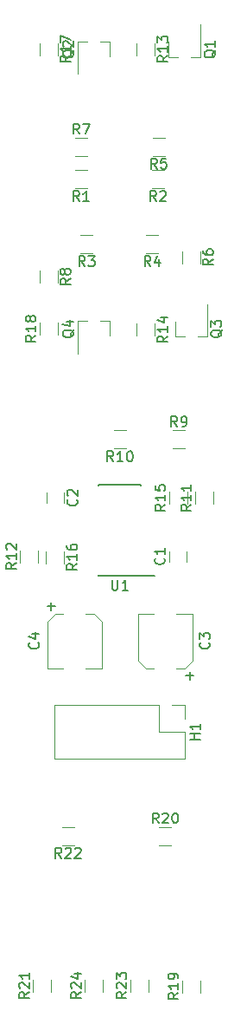
<source format=gbr>
%TF.GenerationSoftware,KiCad,Pcbnew,(5.1.6-0)*%
%TF.CreationDate,2023-01-04T15:54:57-05:00*%
%TF.ProjectId,LFO2,4c464f32-2e6b-4696-9361-645f70636258,rev?*%
%TF.SameCoordinates,Original*%
%TF.FileFunction,Legend,Top*%
%TF.FilePolarity,Positive*%
%FSLAX46Y46*%
G04 Gerber Fmt 4.6, Leading zero omitted, Abs format (unit mm)*
G04 Created by KiCad (PCBNEW (5.1.6-0)) date 2023-01-04 15:54:57*
%MOMM*%
%LPD*%
G01*
G04 APERTURE LIST*
%ADD10C,0.120000*%
%ADD11C,0.150000*%
G04 APERTURE END LIST*
D10*
%TO.C,C4*%
X66545000Y-101730000D02*
X68095000Y-101730000D01*
X71885000Y-101730000D02*
X70335000Y-101730000D01*
X67305000Y-96390000D02*
X68095000Y-96390000D01*
X71125000Y-96390000D02*
X70335000Y-96390000D01*
X71885000Y-101730000D02*
X71885000Y-97150000D01*
X71885000Y-97150000D02*
X71125000Y-96390000D01*
X67305000Y-96390000D02*
X66545000Y-97150000D01*
X66545000Y-97150000D02*
X66545000Y-101730000D01*
%TO.C,C3*%
X80775000Y-96390000D02*
X79225000Y-96390000D01*
X75435000Y-96390000D02*
X76985000Y-96390000D01*
X80015000Y-101730000D02*
X79225000Y-101730000D01*
X76195000Y-101730000D02*
X76985000Y-101730000D01*
X75435000Y-96390000D02*
X75435000Y-100970000D01*
X75435000Y-100970000D02*
X76195000Y-101730000D01*
X80015000Y-101730000D02*
X80775000Y-100970000D01*
X80775000Y-100970000D02*
X80775000Y-96390000D01*
D11*
%TO.C,U1*%
X75735000Y-92715000D02*
X75735000Y-92690000D01*
X71585000Y-92715000D02*
X71585000Y-92600000D01*
X71585000Y-83815000D02*
X71585000Y-83930000D01*
X75735000Y-83815000D02*
X75735000Y-83930000D01*
X75735000Y-92715000D02*
X71585000Y-92715000D01*
X75735000Y-83815000D02*
X71585000Y-83815000D01*
X75735000Y-92690000D02*
X77110000Y-92690000D01*
D10*
%TO.C,R24*%
X72000000Y-132115000D02*
X72000000Y-133315000D01*
X70240000Y-133315000D02*
X70240000Y-132115000D01*
%TO.C,R23*%
X76445000Y-132115000D02*
X76445000Y-133315000D01*
X74685000Y-133315000D02*
X74685000Y-132115000D01*
%TO.C,R22*%
X67980000Y-117230000D02*
X69180000Y-117230000D01*
X69180000Y-118990000D02*
X67980000Y-118990000D01*
%TO.C,R21*%
X66920000Y-132115000D02*
X66920000Y-133315000D01*
X65160000Y-133315000D02*
X65160000Y-132115000D01*
%TO.C,R20*%
X78705000Y-118990000D02*
X77505000Y-118990000D01*
X77505000Y-117230000D02*
X78705000Y-117230000D01*
%TO.C,R19*%
X81525000Y-132195000D02*
X81525000Y-133395000D01*
X79765000Y-133395000D02*
X79765000Y-132195000D01*
%TO.C,R18*%
X67555000Y-67980000D02*
X67555000Y-69180000D01*
X65795000Y-69180000D02*
X65795000Y-67980000D01*
%TO.C,R17*%
X65795000Y-41875000D02*
X65795000Y-40675000D01*
X67555000Y-40675000D02*
X67555000Y-41875000D01*
%TO.C,R16*%
X66430000Y-91485000D02*
X66430000Y-90285000D01*
X68190000Y-90285000D02*
X68190000Y-91485000D01*
%TO.C,R15*%
X80255000Y-84490000D02*
X80255000Y-85690000D01*
X78495000Y-85690000D02*
X78495000Y-84490000D01*
%TO.C,R14*%
X75320000Y-69260000D02*
X75320000Y-68060000D01*
X77080000Y-68060000D02*
X77080000Y-69260000D01*
%TO.C,R13*%
X75320000Y-41875000D02*
X75320000Y-40675000D01*
X77080000Y-40675000D02*
X77080000Y-41875000D01*
%TO.C,R12*%
X65650000Y-90205000D02*
X65650000Y-91405000D01*
X63890000Y-91405000D02*
X63890000Y-90205000D01*
%TO.C,R11*%
X82795000Y-84490000D02*
X82795000Y-85690000D01*
X81035000Y-85690000D02*
X81035000Y-84490000D01*
%TO.C,R10*%
X73060000Y-78495000D02*
X74260000Y-78495000D01*
X74260000Y-80255000D02*
X73060000Y-80255000D01*
%TO.C,R9*%
X80055000Y-80255000D02*
X78855000Y-80255000D01*
X78855000Y-78495000D02*
X80055000Y-78495000D01*
%TO.C,R8*%
X65795000Y-64100000D02*
X65795000Y-62900000D01*
X67555000Y-62900000D02*
X67555000Y-64100000D01*
%TO.C,R7*%
X70450000Y-51680000D02*
X69250000Y-51680000D01*
X69250000Y-49920000D02*
X70450000Y-49920000D01*
%TO.C,R6*%
X79765000Y-62195000D02*
X79765000Y-60995000D01*
X81525000Y-60995000D02*
X81525000Y-62195000D01*
%TO.C,R5*%
X76870000Y-49920000D02*
X78070000Y-49920000D01*
X78070000Y-51680000D02*
X76870000Y-51680000D01*
%TO.C,R4*%
X76235000Y-59445000D02*
X77435000Y-59445000D01*
X77435000Y-61205000D02*
X76235000Y-61205000D01*
%TO.C,R3*%
X69805000Y-59445000D02*
X71005000Y-59445000D01*
X71005000Y-61205000D02*
X69805000Y-61205000D01*
%TO.C,R2*%
X76790000Y-53095000D02*
X77990000Y-53095000D01*
X77990000Y-54855000D02*
X76790000Y-54855000D01*
%TO.C,R1*%
X69250000Y-53095000D02*
X70450000Y-53095000D01*
X70450000Y-54855000D02*
X69250000Y-54855000D01*
%TO.C,Q4*%
X72700000Y-67820000D02*
X71770000Y-67820000D01*
X69540000Y-67820000D02*
X70470000Y-67820000D01*
X69540000Y-67820000D02*
X69540000Y-70980000D01*
X72700000Y-67820000D02*
X72700000Y-69280000D01*
%TO.C,Q3*%
X79065000Y-69340000D02*
X79995000Y-69340000D01*
X82225000Y-69340000D02*
X81295000Y-69340000D01*
X82225000Y-69340000D02*
X82225000Y-66180000D01*
X79065000Y-69340000D02*
X79065000Y-67880000D01*
%TO.C,Q2*%
X72700000Y-40515000D02*
X71770000Y-40515000D01*
X69540000Y-40515000D02*
X70470000Y-40515000D01*
X69540000Y-40515000D02*
X69540000Y-43675000D01*
X72700000Y-40515000D02*
X72700000Y-41975000D01*
%TO.C,Q1*%
X78430000Y-42035000D02*
X79360000Y-42035000D01*
X81590000Y-42035000D02*
X80660000Y-42035000D01*
X81590000Y-42035000D02*
X81590000Y-38875000D01*
X78430000Y-42035000D02*
X78430000Y-40575000D01*
%TO.C,H1*%
X67250000Y-105350000D02*
X67250000Y-110550000D01*
X77470000Y-105350000D02*
X67250000Y-105350000D01*
X80070000Y-110550000D02*
X67250000Y-110550000D01*
X77470000Y-105350000D02*
X77470000Y-107950000D01*
X77470000Y-107950000D02*
X80070000Y-107950000D01*
X80070000Y-107950000D02*
X80070000Y-110550000D01*
X78740000Y-105350000D02*
X80070000Y-105350000D01*
X80070000Y-105350000D02*
X80070000Y-106680000D01*
%TO.C,C2*%
X68160000Y-85590000D02*
X68160000Y-84590000D01*
X66460000Y-84590000D02*
X66460000Y-85590000D01*
%TO.C,C1*%
X78525000Y-90305000D02*
X78525000Y-91305000D01*
X80225000Y-91305000D02*
X80225000Y-90305000D01*
%TO.C,C4*%
D11*
X65652142Y-99226666D02*
X65699761Y-99274285D01*
X65747380Y-99417142D01*
X65747380Y-99512380D01*
X65699761Y-99655238D01*
X65604523Y-99750476D01*
X65509285Y-99798095D01*
X65318809Y-99845714D01*
X65175952Y-99845714D01*
X64985476Y-99798095D01*
X64890238Y-99750476D01*
X64795000Y-99655238D01*
X64747380Y-99512380D01*
X64747380Y-99417142D01*
X64795000Y-99274285D01*
X64842619Y-99226666D01*
X65080714Y-98369523D02*
X65747380Y-98369523D01*
X64699761Y-98607619D02*
X65414047Y-98845714D01*
X65414047Y-98226666D01*
X66936428Y-96060952D02*
X66936428Y-95299047D01*
X67317380Y-95680000D02*
X66555476Y-95680000D01*
%TO.C,C3*%
X82382142Y-99226666D02*
X82429761Y-99274285D01*
X82477380Y-99417142D01*
X82477380Y-99512380D01*
X82429761Y-99655238D01*
X82334523Y-99750476D01*
X82239285Y-99798095D01*
X82048809Y-99845714D01*
X81905952Y-99845714D01*
X81715476Y-99798095D01*
X81620238Y-99750476D01*
X81525000Y-99655238D01*
X81477380Y-99512380D01*
X81477380Y-99417142D01*
X81525000Y-99274285D01*
X81572619Y-99226666D01*
X81477380Y-98893333D02*
X81477380Y-98274285D01*
X81858333Y-98607619D01*
X81858333Y-98464761D01*
X81905952Y-98369523D01*
X81953571Y-98321904D01*
X82048809Y-98274285D01*
X82286904Y-98274285D01*
X82382142Y-98321904D01*
X82429761Y-98369523D01*
X82477380Y-98464761D01*
X82477380Y-98750476D01*
X82429761Y-98845714D01*
X82382142Y-98893333D01*
X80526428Y-102820952D02*
X80526428Y-102059047D01*
X80907380Y-102440000D02*
X80145476Y-102440000D01*
%TO.C,U1*%
X72898095Y-93092380D02*
X72898095Y-93901904D01*
X72945714Y-93997142D01*
X72993333Y-94044761D01*
X73088571Y-94092380D01*
X73279047Y-94092380D01*
X73374285Y-94044761D01*
X73421904Y-93997142D01*
X73469523Y-93901904D01*
X73469523Y-93092380D01*
X74469523Y-94092380D02*
X73898095Y-94092380D01*
X74183809Y-94092380D02*
X74183809Y-93092380D01*
X74088571Y-93235238D01*
X73993333Y-93330476D01*
X73898095Y-93378095D01*
%TO.C,R24*%
X69872380Y-133357857D02*
X69396190Y-133691190D01*
X69872380Y-133929285D02*
X68872380Y-133929285D01*
X68872380Y-133548333D01*
X68920000Y-133453095D01*
X68967619Y-133405476D01*
X69062857Y-133357857D01*
X69205714Y-133357857D01*
X69300952Y-133405476D01*
X69348571Y-133453095D01*
X69396190Y-133548333D01*
X69396190Y-133929285D01*
X68967619Y-132976904D02*
X68920000Y-132929285D01*
X68872380Y-132834047D01*
X68872380Y-132595952D01*
X68920000Y-132500714D01*
X68967619Y-132453095D01*
X69062857Y-132405476D01*
X69158095Y-132405476D01*
X69300952Y-132453095D01*
X69872380Y-133024523D01*
X69872380Y-132405476D01*
X69205714Y-131548333D02*
X69872380Y-131548333D01*
X68824761Y-131786428D02*
X69539047Y-132024523D01*
X69539047Y-131405476D01*
%TO.C,R23*%
X74317380Y-133357857D02*
X73841190Y-133691190D01*
X74317380Y-133929285D02*
X73317380Y-133929285D01*
X73317380Y-133548333D01*
X73365000Y-133453095D01*
X73412619Y-133405476D01*
X73507857Y-133357857D01*
X73650714Y-133357857D01*
X73745952Y-133405476D01*
X73793571Y-133453095D01*
X73841190Y-133548333D01*
X73841190Y-133929285D01*
X73412619Y-132976904D02*
X73365000Y-132929285D01*
X73317380Y-132834047D01*
X73317380Y-132595952D01*
X73365000Y-132500714D01*
X73412619Y-132453095D01*
X73507857Y-132405476D01*
X73603095Y-132405476D01*
X73745952Y-132453095D01*
X74317380Y-133024523D01*
X74317380Y-132405476D01*
X73317380Y-132072142D02*
X73317380Y-131453095D01*
X73698333Y-131786428D01*
X73698333Y-131643571D01*
X73745952Y-131548333D01*
X73793571Y-131500714D01*
X73888809Y-131453095D01*
X74126904Y-131453095D01*
X74222142Y-131500714D01*
X74269761Y-131548333D01*
X74317380Y-131643571D01*
X74317380Y-131929285D01*
X74269761Y-132024523D01*
X74222142Y-132072142D01*
%TO.C,R22*%
X67937142Y-120262380D02*
X67603809Y-119786190D01*
X67365714Y-120262380D02*
X67365714Y-119262380D01*
X67746666Y-119262380D01*
X67841904Y-119310000D01*
X67889523Y-119357619D01*
X67937142Y-119452857D01*
X67937142Y-119595714D01*
X67889523Y-119690952D01*
X67841904Y-119738571D01*
X67746666Y-119786190D01*
X67365714Y-119786190D01*
X68318095Y-119357619D02*
X68365714Y-119310000D01*
X68460952Y-119262380D01*
X68699047Y-119262380D01*
X68794285Y-119310000D01*
X68841904Y-119357619D01*
X68889523Y-119452857D01*
X68889523Y-119548095D01*
X68841904Y-119690952D01*
X68270476Y-120262380D01*
X68889523Y-120262380D01*
X69270476Y-119357619D02*
X69318095Y-119310000D01*
X69413333Y-119262380D01*
X69651428Y-119262380D01*
X69746666Y-119310000D01*
X69794285Y-119357619D01*
X69841904Y-119452857D01*
X69841904Y-119548095D01*
X69794285Y-119690952D01*
X69222857Y-120262380D01*
X69841904Y-120262380D01*
%TO.C,R21*%
X64792380Y-133357857D02*
X64316190Y-133691190D01*
X64792380Y-133929285D02*
X63792380Y-133929285D01*
X63792380Y-133548333D01*
X63840000Y-133453095D01*
X63887619Y-133405476D01*
X63982857Y-133357857D01*
X64125714Y-133357857D01*
X64220952Y-133405476D01*
X64268571Y-133453095D01*
X64316190Y-133548333D01*
X64316190Y-133929285D01*
X63887619Y-132976904D02*
X63840000Y-132929285D01*
X63792380Y-132834047D01*
X63792380Y-132595952D01*
X63840000Y-132500714D01*
X63887619Y-132453095D01*
X63982857Y-132405476D01*
X64078095Y-132405476D01*
X64220952Y-132453095D01*
X64792380Y-133024523D01*
X64792380Y-132405476D01*
X64792380Y-131453095D02*
X64792380Y-132024523D01*
X64792380Y-131738809D02*
X63792380Y-131738809D01*
X63935238Y-131834047D01*
X64030476Y-131929285D01*
X64078095Y-132024523D01*
%TO.C,R20*%
X77462142Y-116862380D02*
X77128809Y-116386190D01*
X76890714Y-116862380D02*
X76890714Y-115862380D01*
X77271666Y-115862380D01*
X77366904Y-115910000D01*
X77414523Y-115957619D01*
X77462142Y-116052857D01*
X77462142Y-116195714D01*
X77414523Y-116290952D01*
X77366904Y-116338571D01*
X77271666Y-116386190D01*
X76890714Y-116386190D01*
X77843095Y-115957619D02*
X77890714Y-115910000D01*
X77985952Y-115862380D01*
X78224047Y-115862380D01*
X78319285Y-115910000D01*
X78366904Y-115957619D01*
X78414523Y-116052857D01*
X78414523Y-116148095D01*
X78366904Y-116290952D01*
X77795476Y-116862380D01*
X78414523Y-116862380D01*
X79033571Y-115862380D02*
X79128809Y-115862380D01*
X79224047Y-115910000D01*
X79271666Y-115957619D01*
X79319285Y-116052857D01*
X79366904Y-116243333D01*
X79366904Y-116481428D01*
X79319285Y-116671904D01*
X79271666Y-116767142D01*
X79224047Y-116814761D01*
X79128809Y-116862380D01*
X79033571Y-116862380D01*
X78938333Y-116814761D01*
X78890714Y-116767142D01*
X78843095Y-116671904D01*
X78795476Y-116481428D01*
X78795476Y-116243333D01*
X78843095Y-116052857D01*
X78890714Y-115957619D01*
X78938333Y-115910000D01*
X79033571Y-115862380D01*
%TO.C,R19*%
X79397380Y-133437857D02*
X78921190Y-133771190D01*
X79397380Y-134009285D02*
X78397380Y-134009285D01*
X78397380Y-133628333D01*
X78445000Y-133533095D01*
X78492619Y-133485476D01*
X78587857Y-133437857D01*
X78730714Y-133437857D01*
X78825952Y-133485476D01*
X78873571Y-133533095D01*
X78921190Y-133628333D01*
X78921190Y-134009285D01*
X79397380Y-132485476D02*
X79397380Y-133056904D01*
X79397380Y-132771190D02*
X78397380Y-132771190D01*
X78540238Y-132866428D01*
X78635476Y-132961666D01*
X78683095Y-133056904D01*
X79397380Y-132009285D02*
X79397380Y-131818809D01*
X79349761Y-131723571D01*
X79302142Y-131675952D01*
X79159285Y-131580714D01*
X78968809Y-131533095D01*
X78587857Y-131533095D01*
X78492619Y-131580714D01*
X78445000Y-131628333D01*
X78397380Y-131723571D01*
X78397380Y-131914047D01*
X78445000Y-132009285D01*
X78492619Y-132056904D01*
X78587857Y-132104523D01*
X78825952Y-132104523D01*
X78921190Y-132056904D01*
X78968809Y-132009285D01*
X79016428Y-131914047D01*
X79016428Y-131723571D01*
X78968809Y-131628333D01*
X78921190Y-131580714D01*
X78825952Y-131533095D01*
%TO.C,R18*%
X65427380Y-69222857D02*
X64951190Y-69556190D01*
X65427380Y-69794285D02*
X64427380Y-69794285D01*
X64427380Y-69413333D01*
X64475000Y-69318095D01*
X64522619Y-69270476D01*
X64617857Y-69222857D01*
X64760714Y-69222857D01*
X64855952Y-69270476D01*
X64903571Y-69318095D01*
X64951190Y-69413333D01*
X64951190Y-69794285D01*
X65427380Y-68270476D02*
X65427380Y-68841904D01*
X65427380Y-68556190D02*
X64427380Y-68556190D01*
X64570238Y-68651428D01*
X64665476Y-68746666D01*
X64713095Y-68841904D01*
X64855952Y-67699047D02*
X64808333Y-67794285D01*
X64760714Y-67841904D01*
X64665476Y-67889523D01*
X64617857Y-67889523D01*
X64522619Y-67841904D01*
X64475000Y-67794285D01*
X64427380Y-67699047D01*
X64427380Y-67508571D01*
X64475000Y-67413333D01*
X64522619Y-67365714D01*
X64617857Y-67318095D01*
X64665476Y-67318095D01*
X64760714Y-67365714D01*
X64808333Y-67413333D01*
X64855952Y-67508571D01*
X64855952Y-67699047D01*
X64903571Y-67794285D01*
X64951190Y-67841904D01*
X65046428Y-67889523D01*
X65236904Y-67889523D01*
X65332142Y-67841904D01*
X65379761Y-67794285D01*
X65427380Y-67699047D01*
X65427380Y-67508571D01*
X65379761Y-67413333D01*
X65332142Y-67365714D01*
X65236904Y-67318095D01*
X65046428Y-67318095D01*
X64951190Y-67365714D01*
X64903571Y-67413333D01*
X64855952Y-67508571D01*
%TO.C,R17*%
X68827380Y-41917857D02*
X68351190Y-42251190D01*
X68827380Y-42489285D02*
X67827380Y-42489285D01*
X67827380Y-42108333D01*
X67875000Y-42013095D01*
X67922619Y-41965476D01*
X68017857Y-41917857D01*
X68160714Y-41917857D01*
X68255952Y-41965476D01*
X68303571Y-42013095D01*
X68351190Y-42108333D01*
X68351190Y-42489285D01*
X68827380Y-40965476D02*
X68827380Y-41536904D01*
X68827380Y-41251190D02*
X67827380Y-41251190D01*
X67970238Y-41346428D01*
X68065476Y-41441666D01*
X68113095Y-41536904D01*
X67827380Y-40632142D02*
X67827380Y-39965476D01*
X68827380Y-40394047D01*
%TO.C,R16*%
X69462380Y-91527857D02*
X68986190Y-91861190D01*
X69462380Y-92099285D02*
X68462380Y-92099285D01*
X68462380Y-91718333D01*
X68510000Y-91623095D01*
X68557619Y-91575476D01*
X68652857Y-91527857D01*
X68795714Y-91527857D01*
X68890952Y-91575476D01*
X68938571Y-91623095D01*
X68986190Y-91718333D01*
X68986190Y-92099285D01*
X69462380Y-90575476D02*
X69462380Y-91146904D01*
X69462380Y-90861190D02*
X68462380Y-90861190D01*
X68605238Y-90956428D01*
X68700476Y-91051666D01*
X68748095Y-91146904D01*
X68462380Y-89718333D02*
X68462380Y-89908809D01*
X68510000Y-90004047D01*
X68557619Y-90051666D01*
X68700476Y-90146904D01*
X68890952Y-90194523D01*
X69271904Y-90194523D01*
X69367142Y-90146904D01*
X69414761Y-90099285D01*
X69462380Y-90004047D01*
X69462380Y-89813571D01*
X69414761Y-89718333D01*
X69367142Y-89670714D01*
X69271904Y-89623095D01*
X69033809Y-89623095D01*
X68938571Y-89670714D01*
X68890952Y-89718333D01*
X68843333Y-89813571D01*
X68843333Y-90004047D01*
X68890952Y-90099285D01*
X68938571Y-90146904D01*
X69033809Y-90194523D01*
%TO.C,R15*%
X78127380Y-85732857D02*
X77651190Y-86066190D01*
X78127380Y-86304285D02*
X77127380Y-86304285D01*
X77127380Y-85923333D01*
X77175000Y-85828095D01*
X77222619Y-85780476D01*
X77317857Y-85732857D01*
X77460714Y-85732857D01*
X77555952Y-85780476D01*
X77603571Y-85828095D01*
X77651190Y-85923333D01*
X77651190Y-86304285D01*
X78127380Y-84780476D02*
X78127380Y-85351904D01*
X78127380Y-85066190D02*
X77127380Y-85066190D01*
X77270238Y-85161428D01*
X77365476Y-85256666D01*
X77413095Y-85351904D01*
X77127380Y-83875714D02*
X77127380Y-84351904D01*
X77603571Y-84399523D01*
X77555952Y-84351904D01*
X77508333Y-84256666D01*
X77508333Y-84018571D01*
X77555952Y-83923333D01*
X77603571Y-83875714D01*
X77698809Y-83828095D01*
X77936904Y-83828095D01*
X78032142Y-83875714D01*
X78079761Y-83923333D01*
X78127380Y-84018571D01*
X78127380Y-84256666D01*
X78079761Y-84351904D01*
X78032142Y-84399523D01*
%TO.C,R14*%
X78352380Y-69302857D02*
X77876190Y-69636190D01*
X78352380Y-69874285D02*
X77352380Y-69874285D01*
X77352380Y-69493333D01*
X77400000Y-69398095D01*
X77447619Y-69350476D01*
X77542857Y-69302857D01*
X77685714Y-69302857D01*
X77780952Y-69350476D01*
X77828571Y-69398095D01*
X77876190Y-69493333D01*
X77876190Y-69874285D01*
X78352380Y-68350476D02*
X78352380Y-68921904D01*
X78352380Y-68636190D02*
X77352380Y-68636190D01*
X77495238Y-68731428D01*
X77590476Y-68826666D01*
X77638095Y-68921904D01*
X77685714Y-67493333D02*
X78352380Y-67493333D01*
X77304761Y-67731428D02*
X78019047Y-67969523D01*
X78019047Y-67350476D01*
%TO.C,R13*%
X78352380Y-41917857D02*
X77876190Y-42251190D01*
X78352380Y-42489285D02*
X77352380Y-42489285D01*
X77352380Y-42108333D01*
X77400000Y-42013095D01*
X77447619Y-41965476D01*
X77542857Y-41917857D01*
X77685714Y-41917857D01*
X77780952Y-41965476D01*
X77828571Y-42013095D01*
X77876190Y-42108333D01*
X77876190Y-42489285D01*
X78352380Y-40965476D02*
X78352380Y-41536904D01*
X78352380Y-41251190D02*
X77352380Y-41251190D01*
X77495238Y-41346428D01*
X77590476Y-41441666D01*
X77638095Y-41536904D01*
X77352380Y-40632142D02*
X77352380Y-40013095D01*
X77733333Y-40346428D01*
X77733333Y-40203571D01*
X77780952Y-40108333D01*
X77828571Y-40060714D01*
X77923809Y-40013095D01*
X78161904Y-40013095D01*
X78257142Y-40060714D01*
X78304761Y-40108333D01*
X78352380Y-40203571D01*
X78352380Y-40489285D01*
X78304761Y-40584523D01*
X78257142Y-40632142D01*
%TO.C,R12*%
X63522380Y-91447857D02*
X63046190Y-91781190D01*
X63522380Y-92019285D02*
X62522380Y-92019285D01*
X62522380Y-91638333D01*
X62570000Y-91543095D01*
X62617619Y-91495476D01*
X62712857Y-91447857D01*
X62855714Y-91447857D01*
X62950952Y-91495476D01*
X62998571Y-91543095D01*
X63046190Y-91638333D01*
X63046190Y-92019285D01*
X63522380Y-90495476D02*
X63522380Y-91066904D01*
X63522380Y-90781190D02*
X62522380Y-90781190D01*
X62665238Y-90876428D01*
X62760476Y-90971666D01*
X62808095Y-91066904D01*
X62617619Y-90114523D02*
X62570000Y-90066904D01*
X62522380Y-89971666D01*
X62522380Y-89733571D01*
X62570000Y-89638333D01*
X62617619Y-89590714D01*
X62712857Y-89543095D01*
X62808095Y-89543095D01*
X62950952Y-89590714D01*
X63522380Y-90162142D01*
X63522380Y-89543095D01*
%TO.C,R11*%
X80667380Y-85732857D02*
X80191190Y-86066190D01*
X80667380Y-86304285D02*
X79667380Y-86304285D01*
X79667380Y-85923333D01*
X79715000Y-85828095D01*
X79762619Y-85780476D01*
X79857857Y-85732857D01*
X80000714Y-85732857D01*
X80095952Y-85780476D01*
X80143571Y-85828095D01*
X80191190Y-85923333D01*
X80191190Y-86304285D01*
X80667380Y-84780476D02*
X80667380Y-85351904D01*
X80667380Y-85066190D02*
X79667380Y-85066190D01*
X79810238Y-85161428D01*
X79905476Y-85256666D01*
X79953095Y-85351904D01*
X80667380Y-83828095D02*
X80667380Y-84399523D01*
X80667380Y-84113809D02*
X79667380Y-84113809D01*
X79810238Y-84209047D01*
X79905476Y-84304285D01*
X79953095Y-84399523D01*
%TO.C,R10*%
X73017142Y-81527380D02*
X72683809Y-81051190D01*
X72445714Y-81527380D02*
X72445714Y-80527380D01*
X72826666Y-80527380D01*
X72921904Y-80575000D01*
X72969523Y-80622619D01*
X73017142Y-80717857D01*
X73017142Y-80860714D01*
X72969523Y-80955952D01*
X72921904Y-81003571D01*
X72826666Y-81051190D01*
X72445714Y-81051190D01*
X73969523Y-81527380D02*
X73398095Y-81527380D01*
X73683809Y-81527380D02*
X73683809Y-80527380D01*
X73588571Y-80670238D01*
X73493333Y-80765476D01*
X73398095Y-80813095D01*
X74588571Y-80527380D02*
X74683809Y-80527380D01*
X74779047Y-80575000D01*
X74826666Y-80622619D01*
X74874285Y-80717857D01*
X74921904Y-80908333D01*
X74921904Y-81146428D01*
X74874285Y-81336904D01*
X74826666Y-81432142D01*
X74779047Y-81479761D01*
X74683809Y-81527380D01*
X74588571Y-81527380D01*
X74493333Y-81479761D01*
X74445714Y-81432142D01*
X74398095Y-81336904D01*
X74350476Y-81146428D01*
X74350476Y-80908333D01*
X74398095Y-80717857D01*
X74445714Y-80622619D01*
X74493333Y-80575000D01*
X74588571Y-80527380D01*
%TO.C,R9*%
X79288333Y-78127380D02*
X78955000Y-77651190D01*
X78716904Y-78127380D02*
X78716904Y-77127380D01*
X79097857Y-77127380D01*
X79193095Y-77175000D01*
X79240714Y-77222619D01*
X79288333Y-77317857D01*
X79288333Y-77460714D01*
X79240714Y-77555952D01*
X79193095Y-77603571D01*
X79097857Y-77651190D01*
X78716904Y-77651190D01*
X79764523Y-78127380D02*
X79955000Y-78127380D01*
X80050238Y-78079761D01*
X80097857Y-78032142D01*
X80193095Y-77889285D01*
X80240714Y-77698809D01*
X80240714Y-77317857D01*
X80193095Y-77222619D01*
X80145476Y-77175000D01*
X80050238Y-77127380D01*
X79859761Y-77127380D01*
X79764523Y-77175000D01*
X79716904Y-77222619D01*
X79669285Y-77317857D01*
X79669285Y-77555952D01*
X79716904Y-77651190D01*
X79764523Y-77698809D01*
X79859761Y-77746428D01*
X80050238Y-77746428D01*
X80145476Y-77698809D01*
X80193095Y-77651190D01*
X80240714Y-77555952D01*
%TO.C,R8*%
X68827380Y-63666666D02*
X68351190Y-64000000D01*
X68827380Y-64238095D02*
X67827380Y-64238095D01*
X67827380Y-63857142D01*
X67875000Y-63761904D01*
X67922619Y-63714285D01*
X68017857Y-63666666D01*
X68160714Y-63666666D01*
X68255952Y-63714285D01*
X68303571Y-63761904D01*
X68351190Y-63857142D01*
X68351190Y-64238095D01*
X68255952Y-63095238D02*
X68208333Y-63190476D01*
X68160714Y-63238095D01*
X68065476Y-63285714D01*
X68017857Y-63285714D01*
X67922619Y-63238095D01*
X67875000Y-63190476D01*
X67827380Y-63095238D01*
X67827380Y-62904761D01*
X67875000Y-62809523D01*
X67922619Y-62761904D01*
X68017857Y-62714285D01*
X68065476Y-62714285D01*
X68160714Y-62761904D01*
X68208333Y-62809523D01*
X68255952Y-62904761D01*
X68255952Y-63095238D01*
X68303571Y-63190476D01*
X68351190Y-63238095D01*
X68446428Y-63285714D01*
X68636904Y-63285714D01*
X68732142Y-63238095D01*
X68779761Y-63190476D01*
X68827380Y-63095238D01*
X68827380Y-62904761D01*
X68779761Y-62809523D01*
X68732142Y-62761904D01*
X68636904Y-62714285D01*
X68446428Y-62714285D01*
X68351190Y-62761904D01*
X68303571Y-62809523D01*
X68255952Y-62904761D01*
%TO.C,R7*%
X69683333Y-49552380D02*
X69350000Y-49076190D01*
X69111904Y-49552380D02*
X69111904Y-48552380D01*
X69492857Y-48552380D01*
X69588095Y-48600000D01*
X69635714Y-48647619D01*
X69683333Y-48742857D01*
X69683333Y-48885714D01*
X69635714Y-48980952D01*
X69588095Y-49028571D01*
X69492857Y-49076190D01*
X69111904Y-49076190D01*
X70016666Y-48552380D02*
X70683333Y-48552380D01*
X70254761Y-49552380D01*
%TO.C,R6*%
X82797380Y-61761666D02*
X82321190Y-62095000D01*
X82797380Y-62333095D02*
X81797380Y-62333095D01*
X81797380Y-61952142D01*
X81845000Y-61856904D01*
X81892619Y-61809285D01*
X81987857Y-61761666D01*
X82130714Y-61761666D01*
X82225952Y-61809285D01*
X82273571Y-61856904D01*
X82321190Y-61952142D01*
X82321190Y-62333095D01*
X81797380Y-60904523D02*
X81797380Y-61095000D01*
X81845000Y-61190238D01*
X81892619Y-61237857D01*
X82035476Y-61333095D01*
X82225952Y-61380714D01*
X82606904Y-61380714D01*
X82702142Y-61333095D01*
X82749761Y-61285476D01*
X82797380Y-61190238D01*
X82797380Y-60999761D01*
X82749761Y-60904523D01*
X82702142Y-60856904D01*
X82606904Y-60809285D01*
X82368809Y-60809285D01*
X82273571Y-60856904D01*
X82225952Y-60904523D01*
X82178333Y-60999761D01*
X82178333Y-61190238D01*
X82225952Y-61285476D01*
X82273571Y-61333095D01*
X82368809Y-61380714D01*
%TO.C,R5*%
X77303333Y-52952380D02*
X76970000Y-52476190D01*
X76731904Y-52952380D02*
X76731904Y-51952380D01*
X77112857Y-51952380D01*
X77208095Y-52000000D01*
X77255714Y-52047619D01*
X77303333Y-52142857D01*
X77303333Y-52285714D01*
X77255714Y-52380952D01*
X77208095Y-52428571D01*
X77112857Y-52476190D01*
X76731904Y-52476190D01*
X78208095Y-51952380D02*
X77731904Y-51952380D01*
X77684285Y-52428571D01*
X77731904Y-52380952D01*
X77827142Y-52333333D01*
X78065238Y-52333333D01*
X78160476Y-52380952D01*
X78208095Y-52428571D01*
X78255714Y-52523809D01*
X78255714Y-52761904D01*
X78208095Y-52857142D01*
X78160476Y-52904761D01*
X78065238Y-52952380D01*
X77827142Y-52952380D01*
X77731904Y-52904761D01*
X77684285Y-52857142D01*
%TO.C,R4*%
X76668333Y-62477380D02*
X76335000Y-62001190D01*
X76096904Y-62477380D02*
X76096904Y-61477380D01*
X76477857Y-61477380D01*
X76573095Y-61525000D01*
X76620714Y-61572619D01*
X76668333Y-61667857D01*
X76668333Y-61810714D01*
X76620714Y-61905952D01*
X76573095Y-61953571D01*
X76477857Y-62001190D01*
X76096904Y-62001190D01*
X77525476Y-61810714D02*
X77525476Y-62477380D01*
X77287380Y-61429761D02*
X77049285Y-62144047D01*
X77668333Y-62144047D01*
%TO.C,R3*%
X70238333Y-62477380D02*
X69905000Y-62001190D01*
X69666904Y-62477380D02*
X69666904Y-61477380D01*
X70047857Y-61477380D01*
X70143095Y-61525000D01*
X70190714Y-61572619D01*
X70238333Y-61667857D01*
X70238333Y-61810714D01*
X70190714Y-61905952D01*
X70143095Y-61953571D01*
X70047857Y-62001190D01*
X69666904Y-62001190D01*
X70571666Y-61477380D02*
X71190714Y-61477380D01*
X70857380Y-61858333D01*
X71000238Y-61858333D01*
X71095476Y-61905952D01*
X71143095Y-61953571D01*
X71190714Y-62048809D01*
X71190714Y-62286904D01*
X71143095Y-62382142D01*
X71095476Y-62429761D01*
X71000238Y-62477380D01*
X70714523Y-62477380D01*
X70619285Y-62429761D01*
X70571666Y-62382142D01*
%TO.C,R2*%
X77223333Y-56127380D02*
X76890000Y-55651190D01*
X76651904Y-56127380D02*
X76651904Y-55127380D01*
X77032857Y-55127380D01*
X77128095Y-55175000D01*
X77175714Y-55222619D01*
X77223333Y-55317857D01*
X77223333Y-55460714D01*
X77175714Y-55555952D01*
X77128095Y-55603571D01*
X77032857Y-55651190D01*
X76651904Y-55651190D01*
X77604285Y-55222619D02*
X77651904Y-55175000D01*
X77747142Y-55127380D01*
X77985238Y-55127380D01*
X78080476Y-55175000D01*
X78128095Y-55222619D01*
X78175714Y-55317857D01*
X78175714Y-55413095D01*
X78128095Y-55555952D01*
X77556666Y-56127380D01*
X78175714Y-56127380D01*
%TO.C,R1*%
X69683333Y-56127380D02*
X69350000Y-55651190D01*
X69111904Y-56127380D02*
X69111904Y-55127380D01*
X69492857Y-55127380D01*
X69588095Y-55175000D01*
X69635714Y-55222619D01*
X69683333Y-55317857D01*
X69683333Y-55460714D01*
X69635714Y-55555952D01*
X69588095Y-55603571D01*
X69492857Y-55651190D01*
X69111904Y-55651190D01*
X70635714Y-56127380D02*
X70064285Y-56127380D01*
X70350000Y-56127380D02*
X70350000Y-55127380D01*
X70254761Y-55270238D01*
X70159523Y-55365476D01*
X70064285Y-55413095D01*
%TO.C,Q4*%
X69167619Y-68675238D02*
X69120000Y-68770476D01*
X69024761Y-68865714D01*
X68881904Y-69008571D01*
X68834285Y-69103809D01*
X68834285Y-69199047D01*
X69072380Y-69151428D02*
X69024761Y-69246666D01*
X68929523Y-69341904D01*
X68739047Y-69389523D01*
X68405714Y-69389523D01*
X68215238Y-69341904D01*
X68120000Y-69246666D01*
X68072380Y-69151428D01*
X68072380Y-68960952D01*
X68120000Y-68865714D01*
X68215238Y-68770476D01*
X68405714Y-68722857D01*
X68739047Y-68722857D01*
X68929523Y-68770476D01*
X69024761Y-68865714D01*
X69072380Y-68960952D01*
X69072380Y-69151428D01*
X68405714Y-67865714D02*
X69072380Y-67865714D01*
X68024761Y-68103809D02*
X68739047Y-68341904D01*
X68739047Y-67722857D01*
%TO.C,Q3*%
X83692619Y-68675238D02*
X83645000Y-68770476D01*
X83549761Y-68865714D01*
X83406904Y-69008571D01*
X83359285Y-69103809D01*
X83359285Y-69199047D01*
X83597380Y-69151428D02*
X83549761Y-69246666D01*
X83454523Y-69341904D01*
X83264047Y-69389523D01*
X82930714Y-69389523D01*
X82740238Y-69341904D01*
X82645000Y-69246666D01*
X82597380Y-69151428D01*
X82597380Y-68960952D01*
X82645000Y-68865714D01*
X82740238Y-68770476D01*
X82930714Y-68722857D01*
X83264047Y-68722857D01*
X83454523Y-68770476D01*
X83549761Y-68865714D01*
X83597380Y-68960952D01*
X83597380Y-69151428D01*
X82597380Y-68389523D02*
X82597380Y-67770476D01*
X82978333Y-68103809D01*
X82978333Y-67960952D01*
X83025952Y-67865714D01*
X83073571Y-67818095D01*
X83168809Y-67770476D01*
X83406904Y-67770476D01*
X83502142Y-67818095D01*
X83549761Y-67865714D01*
X83597380Y-67960952D01*
X83597380Y-68246666D01*
X83549761Y-68341904D01*
X83502142Y-68389523D01*
%TO.C,Q2*%
X69167619Y-41370238D02*
X69120000Y-41465476D01*
X69024761Y-41560714D01*
X68881904Y-41703571D01*
X68834285Y-41798809D01*
X68834285Y-41894047D01*
X69072380Y-41846428D02*
X69024761Y-41941666D01*
X68929523Y-42036904D01*
X68739047Y-42084523D01*
X68405714Y-42084523D01*
X68215238Y-42036904D01*
X68120000Y-41941666D01*
X68072380Y-41846428D01*
X68072380Y-41655952D01*
X68120000Y-41560714D01*
X68215238Y-41465476D01*
X68405714Y-41417857D01*
X68739047Y-41417857D01*
X68929523Y-41465476D01*
X69024761Y-41560714D01*
X69072380Y-41655952D01*
X69072380Y-41846428D01*
X68167619Y-41036904D02*
X68120000Y-40989285D01*
X68072380Y-40894047D01*
X68072380Y-40655952D01*
X68120000Y-40560714D01*
X68167619Y-40513095D01*
X68262857Y-40465476D01*
X68358095Y-40465476D01*
X68500952Y-40513095D01*
X69072380Y-41084523D01*
X69072380Y-40465476D01*
%TO.C,Q1*%
X83057619Y-41370238D02*
X83010000Y-41465476D01*
X82914761Y-41560714D01*
X82771904Y-41703571D01*
X82724285Y-41798809D01*
X82724285Y-41894047D01*
X82962380Y-41846428D02*
X82914761Y-41941666D01*
X82819523Y-42036904D01*
X82629047Y-42084523D01*
X82295714Y-42084523D01*
X82105238Y-42036904D01*
X82010000Y-41941666D01*
X81962380Y-41846428D01*
X81962380Y-41655952D01*
X82010000Y-41560714D01*
X82105238Y-41465476D01*
X82295714Y-41417857D01*
X82629047Y-41417857D01*
X82819523Y-41465476D01*
X82914761Y-41560714D01*
X82962380Y-41655952D01*
X82962380Y-41846428D01*
X82962380Y-40465476D02*
X82962380Y-41036904D01*
X82962380Y-40751190D02*
X81962380Y-40751190D01*
X82105238Y-40846428D01*
X82200476Y-40941666D01*
X82248095Y-41036904D01*
%TO.C,H1*%
X81522380Y-108711904D02*
X80522380Y-108711904D01*
X80998571Y-108711904D02*
X80998571Y-108140476D01*
X81522380Y-108140476D02*
X80522380Y-108140476D01*
X81522380Y-107140476D02*
X81522380Y-107711904D01*
X81522380Y-107426190D02*
X80522380Y-107426190D01*
X80665238Y-107521428D01*
X80760476Y-107616666D01*
X80808095Y-107711904D01*
%TO.C,C2*%
X69417142Y-85256666D02*
X69464761Y-85304285D01*
X69512380Y-85447142D01*
X69512380Y-85542380D01*
X69464761Y-85685238D01*
X69369523Y-85780476D01*
X69274285Y-85828095D01*
X69083809Y-85875714D01*
X68940952Y-85875714D01*
X68750476Y-85828095D01*
X68655238Y-85780476D01*
X68560000Y-85685238D01*
X68512380Y-85542380D01*
X68512380Y-85447142D01*
X68560000Y-85304285D01*
X68607619Y-85256666D01*
X68607619Y-84875714D02*
X68560000Y-84828095D01*
X68512380Y-84732857D01*
X68512380Y-84494761D01*
X68560000Y-84399523D01*
X68607619Y-84351904D01*
X68702857Y-84304285D01*
X68798095Y-84304285D01*
X68940952Y-84351904D01*
X69512380Y-84923333D01*
X69512380Y-84304285D01*
%TO.C,C1*%
X77982142Y-90971666D02*
X78029761Y-91019285D01*
X78077380Y-91162142D01*
X78077380Y-91257380D01*
X78029761Y-91400238D01*
X77934523Y-91495476D01*
X77839285Y-91543095D01*
X77648809Y-91590714D01*
X77505952Y-91590714D01*
X77315476Y-91543095D01*
X77220238Y-91495476D01*
X77125000Y-91400238D01*
X77077380Y-91257380D01*
X77077380Y-91162142D01*
X77125000Y-91019285D01*
X77172619Y-90971666D01*
X78077380Y-90019285D02*
X78077380Y-90590714D01*
X78077380Y-90305000D02*
X77077380Y-90305000D01*
X77220238Y-90400238D01*
X77315476Y-90495476D01*
X77363095Y-90590714D01*
%TD*%
M02*

</source>
